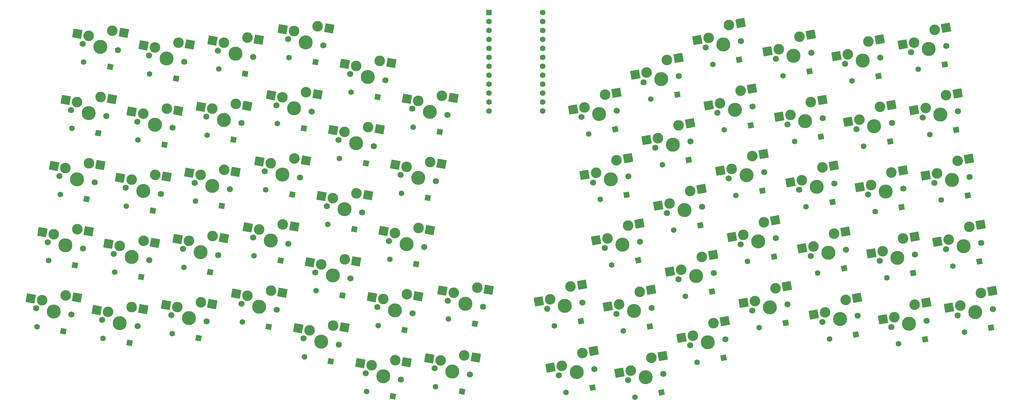
<source format=gbs>
%TF.GenerationSoftware,KiCad,Pcbnew,(6.0.8)*%
%TF.CreationDate,2023-03-16T04:40:49+07:00*%
%TF.ProjectId,test,74657374-2e6b-4696-9361-645f70636258,rev?*%
%TF.SameCoordinates,Original*%
%TF.FileFunction,Soldermask,Bot*%
%TF.FilePolarity,Negative*%
%FSLAX46Y46*%
G04 Gerber Fmt 4.6, Leading zero omitted, Abs format (unit mm)*
G04 Created by KiCad (PCBNEW (6.0.8)) date 2023-03-16 04:40:49*
%MOMM*%
%LPD*%
G01*
G04 APERTURE LIST*
G04 Aperture macros list*
%AMHorizOval*
0 Thick line with rounded ends*
0 $1 width*
0 $2 $3 position (X,Y) of the first rounded end (center of the circle)*
0 $4 $5 position (X,Y) of the second rounded end (center of the circle)*
0 Add line between two ends*
20,1,$1,$2,$3,$4,$5,0*
0 Add two circle primitives to create the rounded ends*
1,1,$1,$2,$3*
1,1,$1,$4,$5*%
%AMRotRect*
0 Rectangle, with rotation*
0 The origin of the aperture is its center*
0 $1 length*
0 $2 width*
0 $3 Rotation angle, in degrees counterclockwise*
0 Add horizontal line*
21,1,$1,$2,0,0,$3*%
G04 Aperture macros list end*
%ADD10C,1.750000*%
%ADD11C,3.000000*%
%ADD12C,3.987800*%
%ADD13RotRect,2.550000X2.500000X10.000000*%
%ADD14RotRect,2.550000X2.500000X350.000000*%
%ADD15R,1.600000X1.600000*%
%ADD16C,1.600000*%
%ADD17RotRect,1.600000X1.600000X190.000000*%
%ADD18HorizOval,1.600000X0.000000X0.000000X0.000000X0.000000X0*%
%ADD19RotRect,1.600000X1.600000X170.000000*%
%ADD20HorizOval,1.600000X0.000000X0.000000X0.000000X0.000000X0*%
G04 APERTURE END LIST*
D10*
%TO.C,SW61*%
X464738563Y-339336720D03*
D11*
X471360665Y-333010697D03*
X465548202Y-336614775D03*
D10*
X474744209Y-337572454D03*
D12*
X469741386Y-338454587D03*
D13*
X462322957Y-337183473D03*
X474612500Y-332437311D03*
%TD*%
D10*
%TO.C,SW58*%
X419951045Y-355938711D03*
D11*
X416567501Y-351376954D03*
D10*
X409945399Y-357702977D03*
D11*
X410755038Y-354981032D03*
D12*
X414948222Y-356820844D03*
D13*
X407529793Y-355549730D03*
X419819336Y-350803568D03*
%TD*%
D12*
%TO.C,SW39*%
X269950003Y-320817408D03*
D10*
X264947180Y-319935275D03*
D11*
X273333547Y-316255651D03*
D10*
X274952826Y-321699541D03*
D11*
X266638952Y-317654397D03*
D14*
X263413706Y-317085699D03*
X276585383Y-316829037D03*
%TD*%
D10*
%TO.C,SW34*%
X450525425Y-309925483D03*
D12*
X445522602Y-310807616D03*
D10*
X440519779Y-311689749D03*
D11*
X447141881Y-305363726D03*
X441329418Y-308967804D03*
D13*
X438104173Y-309536502D03*
X450393716Y-304790340D03*
%TD*%
D10*
%TO.C,SW1*%
X284876819Y-265417778D03*
D11*
X283257540Y-259973888D03*
X276562945Y-261372634D03*
D12*
X279873996Y-264535645D03*
D10*
X274871173Y-263653512D03*
D14*
X273337699Y-260803936D03*
X286509376Y-260547274D03*
%TD*%
D11*
%TO.C,SW11*%
X497700808Y-262983916D03*
D10*
X501084352Y-267545673D03*
X491078706Y-269309939D03*
D11*
X491888345Y-266587994D03*
D12*
X496081529Y-268427806D03*
D13*
X488663100Y-267156692D03*
X500952643Y-262410530D03*
%TD*%
D12*
%TO.C,SW25*%
X518117035Y-283692790D03*
D11*
X519736314Y-278248900D03*
D10*
X523119858Y-282810657D03*
X513114212Y-284574923D03*
D11*
X513923851Y-281852978D03*
D13*
X510698606Y-282421676D03*
X522988149Y-277675514D03*
%TD*%
D11*
%TO.C,SW30*%
X345816300Y-307435654D03*
D10*
X344124528Y-309716532D03*
D12*
X349127351Y-310598665D03*
D11*
X352510895Y-306036908D03*
D10*
X354130174Y-311480798D03*
D14*
X342591054Y-306866956D03*
X355762731Y-306610294D03*
%TD*%
D10*
%TO.C,SW10*%
X471491119Y-267927789D03*
D11*
X472300758Y-265205844D03*
D10*
X481496765Y-266163523D03*
D11*
X478113221Y-261601766D03*
D12*
X476493942Y-267045656D03*
D13*
X469075513Y-265774542D03*
X481365056Y-261028380D03*
%TD*%
D10*
%TO.C,SW56*%
X347514179Y-349001972D03*
D12*
X342511356Y-348119839D03*
D11*
X339200305Y-344956828D03*
D10*
X337508533Y-347237706D03*
D11*
X345894900Y-343558082D03*
D14*
X335975059Y-344388130D03*
X349146736Y-344131468D03*
%TD*%
D15*
%TO.C,U1*%
X390130000Y-254780000D03*
D16*
X390130000Y-257320000D03*
X390130000Y-259860000D03*
X390130000Y-262400000D03*
X390130000Y-264940000D03*
X390130000Y-267480000D03*
X390130000Y-270020000D03*
X390130000Y-272560000D03*
X390130000Y-275100000D03*
X390130000Y-277640000D03*
X390130000Y-280180000D03*
X390130000Y-282720000D03*
X405370000Y-282720000D03*
X405370000Y-280180000D03*
X405370000Y-277640000D03*
X405370000Y-275100000D03*
X405370000Y-272560000D03*
X405370000Y-270020000D03*
X405370000Y-267480000D03*
X405370000Y-264940000D03*
X405370000Y-262400000D03*
X405370000Y-259860000D03*
X405370000Y-257320000D03*
X405370000Y-254780000D03*
%TD*%
D12*
%TO.C,SW23*%
X479768860Y-285618638D03*
D11*
X475575676Y-283778826D03*
D10*
X484771683Y-284736505D03*
D11*
X481388139Y-280174748D03*
D10*
X474766037Y-286500771D03*
D13*
X472350431Y-284347524D03*
X484639974Y-279601362D03*
%TD*%
D11*
%TO.C,SW8*%
X434779583Y-271821840D03*
D10*
X443975590Y-272779519D03*
X433969944Y-274543785D03*
D12*
X438972767Y-273661652D03*
D11*
X440592046Y-268217762D03*
D13*
X431554338Y-272390538D03*
X443843881Y-267644376D03*
%TD*%
D10*
%TO.C,SW60*%
X457141421Y-347446657D03*
D12*
X452138598Y-348328790D03*
D11*
X447945414Y-346488978D03*
X453757877Y-342884900D03*
D10*
X447135775Y-349210923D03*
D13*
X444720169Y-347057676D03*
X457009712Y-342311514D03*
%TD*%
D12*
%TO.C,SW41*%
X308298178Y-322743257D03*
D10*
X303295355Y-321861124D03*
D11*
X311681722Y-318181500D03*
D10*
X313301001Y-323625390D03*
D11*
X304987127Y-319580246D03*
D14*
X301761881Y-319011548D03*
X314933558Y-318754886D03*
%TD*%
D11*
%TO.C,SW59*%
X430342625Y-356363182D03*
D10*
X429532986Y-359085127D03*
D12*
X434535809Y-358202994D03*
D11*
X436155088Y-352759104D03*
D10*
X439538632Y-357320861D03*
D13*
X427117380Y-356931880D03*
X439406923Y-352185718D03*
%TD*%
D11*
%TO.C,SW22*%
X461469752Y-276916540D03*
D10*
X464853296Y-281478297D03*
D11*
X455657289Y-280520618D03*
D10*
X454847650Y-283242563D03*
D12*
X459850473Y-282360430D03*
D13*
X452432044Y-281089316D03*
X464721587Y-276343154D03*
%TD*%
D10*
%TO.C,SW36*%
X478040955Y-305073753D03*
D11*
X478850594Y-302351808D03*
X484663057Y-298747730D03*
D12*
X483043778Y-304191620D03*
D10*
X488046601Y-303309487D03*
D13*
X475625349Y-302920506D03*
X487914892Y-298174344D03*
%TD*%
D12*
%TO.C,SW49*%
X486351775Y-322952207D03*
D11*
X487971054Y-317508317D03*
X482158591Y-321112395D03*
D10*
X491354598Y-322070074D03*
X481348952Y-323834340D03*
D13*
X478933346Y-321681093D03*
X491222889Y-316934931D03*
%TD*%
D10*
%TO.C,SW43*%
X350822176Y-330241386D03*
D11*
X342508302Y-326196242D03*
X349202897Y-324797496D03*
D12*
X345819353Y-329359253D03*
D10*
X340816530Y-328477120D03*
D14*
X339283056Y-325627544D03*
X352454733Y-325370882D03*
%TD*%
D11*
%TO.C,SW4*%
X341524102Y-258641529D03*
X334829507Y-260040275D03*
D10*
X333137735Y-262321153D03*
D12*
X338140558Y-263203286D03*
D10*
X343143381Y-264085419D03*
D14*
X331604261Y-259471577D03*
X344775938Y-259214915D03*
%TD*%
D10*
%TO.C,SW26*%
X268255178Y-301174688D03*
D11*
X269946950Y-298893810D03*
X276641545Y-297495064D03*
D10*
X278260824Y-302938954D03*
D12*
X273258001Y-302056821D03*
D14*
X266721704Y-298325112D03*
X279893381Y-298068450D03*
%TD*%
D10*
%TO.C,SW33*%
X422916991Y-321563952D03*
D11*
X429539093Y-315237929D03*
D10*
X432922637Y-319799686D03*
D11*
X423726630Y-318842007D03*
D12*
X427919814Y-320681819D03*
D13*
X420501385Y-319410705D03*
X432790928Y-314664543D03*
%TD*%
D11*
%TO.C,SW62*%
X485466589Y-339872982D03*
D10*
X484656950Y-342594927D03*
D11*
X491279052Y-336268904D03*
D12*
X489659773Y-341712794D03*
D10*
X494662596Y-340830661D03*
D13*
X482241344Y-340441680D03*
X494530887Y-335695518D03*
%TD*%
D11*
%TO.C,SW29*%
X334908106Y-296162704D03*
D10*
X336527385Y-301606594D03*
D11*
X328213511Y-297561450D03*
D10*
X326521739Y-299842328D03*
D12*
X331524562Y-300724461D03*
D14*
X324988265Y-296992752D03*
X338159942Y-296736090D03*
%TD*%
D10*
%TO.C,SW64*%
X533010771Y-338904813D03*
D11*
X523814764Y-337947134D03*
X529627227Y-334343056D03*
D12*
X528007948Y-339786946D03*
D10*
X523005125Y-340669079D03*
D13*
X520589519Y-338515832D03*
X532879062Y-333769670D03*
%TD*%
D10*
%TO.C,SW47*%
X443827777Y-330450335D03*
D12*
X448830600Y-329568202D03*
D11*
X450449879Y-324124312D03*
X444637416Y-327728390D03*
D10*
X453833423Y-328686069D03*
D13*
X441412171Y-328297088D03*
X453701714Y-323550926D03*
%TD*%
D11*
%TO.C,SW55*%
X321597516Y-335082625D03*
D10*
X329911390Y-339127769D03*
X319905744Y-337363503D03*
D12*
X324908567Y-338245636D03*
D11*
X328292111Y-333683879D03*
D14*
X318372270Y-334513927D03*
X331543947Y-334257265D03*
%TD*%
D11*
%TO.C,SW40*%
X292094135Y-319563649D03*
D10*
X283707768Y-323243273D03*
D12*
X288710591Y-324125406D03*
D10*
X293713414Y-325007539D03*
D11*
X285399540Y-320962395D03*
D14*
X282174294Y-320393697D03*
X295345971Y-320137035D03*
%TD*%
D11*
%TO.C,SW37*%
X498438181Y-303733957D03*
D10*
X497628542Y-306455902D03*
D12*
X502631365Y-305573769D03*
D11*
X504250644Y-300129879D03*
D10*
X507634188Y-304691636D03*
D13*
X495212936Y-304302655D03*
X507502479Y-299556493D03*
%TD*%
D12*
%TO.C,SW27*%
X292018588Y-305364819D03*
D11*
X295402132Y-300803062D03*
D10*
X287015765Y-304482686D03*
D11*
X288707537Y-302201808D03*
D10*
X297021411Y-306246952D03*
D14*
X285482291Y-301633110D03*
X298653968Y-301376448D03*
%TD*%
D11*
%TO.C,SW3*%
X314911120Y-263298483D03*
D12*
X318222171Y-266461494D03*
D10*
X323224994Y-267343627D03*
X313219348Y-265579361D03*
D11*
X321605715Y-261899737D03*
D14*
X311685874Y-262729785D03*
X324857551Y-262473123D03*
%TD*%
D12*
%TO.C,SW35*%
X463125391Y-300933412D03*
D10*
X468128214Y-300051279D03*
D11*
X464744670Y-295489522D03*
D10*
X458122568Y-301815545D03*
D11*
X458932207Y-299093600D03*
D13*
X455706962Y-299662298D03*
X467996505Y-294916136D03*
%TD*%
D10*
%TO.C,SW46*%
X426224989Y-340324539D03*
D12*
X431227812Y-339442406D03*
D10*
X436230635Y-338560273D03*
D11*
X427034628Y-337602594D03*
X432847091Y-333998516D03*
D13*
X423809383Y-338171292D03*
X436098926Y-333425130D03*
%TD*%
D12*
%TO.C,SW15*%
X314914173Y-285222082D03*
D10*
X319916996Y-286104215D03*
X309911350Y-284339949D03*
D11*
X311603122Y-282059071D03*
X318297717Y-280660325D03*
D14*
X308377876Y-281490373D03*
X321549553Y-281233711D03*
%TD*%
D12*
%TO.C,SW38*%
X521391953Y-302265771D03*
D10*
X526394776Y-301383638D03*
D11*
X523011232Y-296821881D03*
X517198769Y-300425959D03*
D10*
X516389130Y-303147904D03*
D13*
X513973524Y-300994657D03*
X526263067Y-296248495D03*
%TD*%
D10*
%TO.C,SW6*%
X378348958Y-283833826D03*
D12*
X373346135Y-282951693D03*
D10*
X368343312Y-282069560D03*
D11*
X370035084Y-279788682D03*
X376729679Y-278389936D03*
D14*
X366809838Y-279219984D03*
X379981515Y-278963322D03*
%TD*%
D11*
%TO.C,SW63*%
X510866639Y-337651054D03*
D10*
X514250183Y-342212811D03*
X504244537Y-343977077D03*
D11*
X505054176Y-341255132D03*
D12*
X509247360Y-343094944D03*
D13*
X501828931Y-341823830D03*
X514118474Y-337077668D03*
%TD*%
D12*
%TO.C,SW32*%
X411623684Y-337966454D03*
D11*
X407430500Y-336126642D03*
D10*
X406620861Y-338848587D03*
X416626507Y-337084321D03*
D11*
X413242963Y-332522564D03*
D13*
X404205255Y-336695340D03*
X416494798Y-331949178D03*
%TD*%
D11*
%TO.C,SW57*%
X363497688Y-353432286D03*
D10*
X365116967Y-358876176D03*
D12*
X360114144Y-357994043D03*
D10*
X355111321Y-357111910D03*
D11*
X356803093Y-354831032D03*
D14*
X353577847Y-354262334D03*
X366749524Y-354005672D03*
%TD*%
D10*
%TO.C,SW44*%
X358419319Y-338351323D03*
X368424965Y-340115589D03*
D11*
X360111091Y-336070445D03*
X366805686Y-334671699D03*
D12*
X363422142Y-339233456D03*
D14*
X356885845Y-335501747D03*
X370057522Y-335245085D03*
%TD*%
D11*
%TO.C,SW52*%
X263330954Y-336414984D03*
D10*
X261639182Y-338695862D03*
D11*
X270025549Y-335016238D03*
D12*
X266642005Y-339577995D03*
D10*
X271644828Y-340460128D03*
D14*
X260105708Y-335846286D03*
X273277385Y-335589624D03*
%TD*%
D11*
%TO.C,SW24*%
X500975726Y-281556897D03*
D10*
X504359270Y-286118654D03*
D12*
X499356447Y-287000787D03*
D10*
X494353624Y-287882920D03*
D11*
X495163263Y-285160975D03*
D13*
X491938018Y-285729673D03*
X504227561Y-280983511D03*
%TD*%
D11*
%TO.C,SW19*%
X386765460Y-332845430D03*
D12*
X383381916Y-337407187D03*
D10*
X378379093Y-336525054D03*
X388384739Y-338289320D03*
D11*
X380070865Y-334244176D03*
D14*
X376845619Y-333675478D03*
X390017296Y-333418816D03*
%TD*%
D11*
%TO.C,SW2*%
X302018128Y-263281886D03*
X295323533Y-264680632D03*
D10*
X303637407Y-268725776D03*
X293631761Y-266961510D03*
D12*
X298634584Y-267843643D03*
D14*
X292098287Y-264111934D03*
X305269964Y-263855272D03*
%TD*%
D11*
%TO.C,SW18*%
X366727086Y-298549270D03*
D12*
X370038137Y-301712281D03*
D10*
X375040960Y-302594414D03*
X365035314Y-300830148D03*
D11*
X373421681Y-297150524D03*
D14*
X363501840Y-297980572D03*
X376673517Y-297723910D03*
%TD*%
D10*
%TO.C,SW16*%
X329829737Y-281081741D03*
X339835383Y-282846007D03*
D11*
X331521509Y-278800863D03*
D12*
X334832560Y-281963874D03*
D11*
X338216104Y-277402117D03*
D14*
X328296263Y-278232165D03*
X341467940Y-277975503D03*
%TD*%
D10*
%TO.C,SW48*%
X471436211Y-318811866D03*
D11*
X468052667Y-314250109D03*
X462240204Y-317854187D03*
D12*
X466433388Y-319693999D03*
D10*
X461430565Y-320576132D03*
D13*
X459014959Y-318422885D03*
X471304502Y-313676723D03*
%TD*%
D11*
%TO.C,SW14*%
X298710130Y-282042474D03*
X292015535Y-283441220D03*
D10*
X300329409Y-287486364D03*
X290323763Y-285722098D03*
D12*
X295326586Y-286604231D03*
D14*
X288790289Y-282872522D03*
X301961966Y-282615860D03*
%TD*%
D11*
%TO.C,SW53*%
X282091542Y-339722982D03*
D10*
X290405416Y-343768126D03*
D12*
X285402593Y-342885993D03*
D11*
X288786137Y-338324236D03*
D10*
X280399770Y-342003860D03*
D14*
X278866296Y-339154284D03*
X292037973Y-338897622D03*
%TD*%
D10*
%TO.C,SW12*%
X519844940Y-264237675D03*
D11*
X510648933Y-263279996D03*
D10*
X509839294Y-266001941D03*
D11*
X516461396Y-259675918D03*
D12*
X514842117Y-265119808D03*
D13*
X507423688Y-263848694D03*
X519713231Y-259102532D03*
%TD*%
D11*
%TO.C,SW54*%
X308373724Y-336942087D03*
D12*
X304990180Y-341503844D03*
D11*
X301679129Y-338340833D03*
D10*
X309993003Y-342385977D03*
X299987357Y-340621711D03*
D14*
X298453883Y-337772135D03*
X311625560Y-337515473D03*
%TD*%
D10*
%TO.C,SW20*%
X429647719Y-301226704D03*
D11*
X426264175Y-296664947D03*
X420451712Y-300269025D03*
D12*
X424644896Y-302108837D03*
D10*
X419642073Y-302990970D03*
D13*
X417226467Y-300837723D03*
X429516010Y-296091561D03*
%TD*%
D10*
%TO.C,SW5*%
X360746170Y-273959623D03*
X350740524Y-272195357D03*
D11*
X359126891Y-268515733D03*
D12*
X355743347Y-273077490D03*
D11*
X352432296Y-269914479D03*
D14*
X349207050Y-269345781D03*
X362378727Y-269089119D03*
%TD*%
D10*
%TO.C,SW17*%
X347432526Y-290955944D03*
D11*
X349124298Y-288675066D03*
X355818893Y-287276320D03*
D10*
X357438172Y-292720210D03*
D12*
X352435349Y-291838077D03*
D14*
X345899052Y-288106368D03*
X359070729Y-287849706D03*
%TD*%
D10*
%TO.C,SW28*%
X306603353Y-303100536D03*
D12*
X311606176Y-303982669D03*
D10*
X316608999Y-304864802D03*
D11*
X308295125Y-300819658D03*
X314989720Y-299420912D03*
D14*
X305069879Y-300250960D03*
X318241556Y-299994298D03*
%TD*%
D11*
%TO.C,SW7*%
X417176794Y-281696043D03*
X422989257Y-278091965D03*
D10*
X416367155Y-284417988D03*
D12*
X421369978Y-283535855D03*
D10*
X426372801Y-282653722D03*
D13*
X413951549Y-282264741D03*
X426241092Y-277518579D03*
%TD*%
D10*
%TO.C,SW45*%
X384704554Y-357494027D03*
D12*
X379701731Y-356611894D03*
D11*
X376390680Y-353448883D03*
X383085275Y-352050137D03*
D10*
X374698908Y-355729761D03*
D14*
X373165434Y-352880185D03*
X386337111Y-352623523D03*
%TD*%
D10*
%TO.C,SW9*%
X451572732Y-264669582D03*
D12*
X456575555Y-263787449D03*
D11*
X452382371Y-261947637D03*
D10*
X461578378Y-262905316D03*
D11*
X458194834Y-258343559D03*
D13*
X449157126Y-262516335D03*
X461446669Y-257770173D03*
%TD*%
D11*
%TO.C,SW13*%
X273254947Y-280133222D03*
D12*
X276565998Y-283296233D03*
D11*
X279949542Y-278734476D03*
D10*
X281568821Y-284178366D03*
X271563175Y-282414100D03*
D14*
X270029701Y-279564524D03*
X283201378Y-279307862D03*
%TD*%
D10*
%TO.C,SW21*%
X447250508Y-291352501D03*
D11*
X443866964Y-286790744D03*
D12*
X442247685Y-292234634D03*
D10*
X437244862Y-293116767D03*
D11*
X438054501Y-290394822D03*
D13*
X434829256Y-290963520D03*
X447118799Y-286217358D03*
%TD*%
D10*
%TO.C,SW51*%
X519697127Y-321908491D03*
D11*
X520506766Y-319186546D03*
D12*
X524699950Y-321026358D03*
D11*
X526319229Y-315582468D03*
D10*
X529702773Y-320144225D03*
D13*
X517281521Y-319755244D03*
X529571064Y-315009082D03*
%TD*%
D10*
%TO.C,SW42*%
X333219388Y-320367182D03*
D11*
X331600109Y-314923292D03*
D12*
X328216565Y-319485049D03*
D10*
X323213742Y-318602916D03*
D11*
X324905514Y-316322038D03*
D14*
X321680268Y-315753340D03*
X334851945Y-315496678D03*
%TD*%
D10*
%TO.C,SW50*%
X500936540Y-325216489D03*
D12*
X505939363Y-324334356D03*
D11*
X501746179Y-322494544D03*
D10*
X510942186Y-323452223D03*
D11*
X507558642Y-318890466D03*
D13*
X498520934Y-323063242D03*
X510810477Y-318317080D03*
%TD*%
D11*
%TO.C,SW31*%
X370113683Y-315911111D03*
D12*
X366730139Y-320472868D03*
D10*
X361727316Y-319590735D03*
X371732962Y-321355001D03*
D11*
X363419088Y-317309857D03*
D14*
X360193842Y-316741159D03*
X373365519Y-316484497D03*
%TD*%
D17*
%TO.C,D48*%
X470940916Y-324065183D03*
D18*
X463436681Y-325388382D03*
%TD*%
D17*
%TO.C,D32*%
X416131212Y-342337638D03*
D18*
X408626977Y-343660837D03*
%TD*%
D19*
%TO.C,D55*%
X327649225Y-343894871D03*
D20*
X320144990Y-342571672D03*
%TD*%
D19*
%TO.C,D17*%
X355176006Y-297487312D03*
D20*
X347671771Y-296164113D03*
%TD*%
D17*
%TO.C,D22*%
X464358001Y-286731614D03*
D18*
X456853766Y-288054813D03*
%TD*%
D19*
%TO.C,D57*%
X362854801Y-363643278D03*
D20*
X355350566Y-362320079D03*
%TD*%
D19*
%TO.C,D14*%
X298067244Y-292253466D03*
D20*
X290563009Y-290930267D03*
%TD*%
D19*
%TO.C,D18*%
X372778795Y-307361515D03*
D20*
X365274560Y-306038316D03*
%TD*%
D17*
%TO.C,D58*%
X419455750Y-361192029D03*
D18*
X411951515Y-362515228D03*
%TD*%
D19*
%TO.C,D19*%
X386122573Y-343056422D03*
D20*
X378618338Y-341733223D03*
%TD*%
D17*
%TO.C,D46*%
X435735339Y-343813590D03*
D18*
X428231104Y-345136789D03*
%TD*%
D19*
%TO.C,D41*%
X311038835Y-328392492D03*
D20*
X303534600Y-327069293D03*
%TD*%
D17*
%TO.C,D60*%
X456646125Y-352699974D03*
D18*
X449141890Y-354023173D03*
%TD*%
D17*
%TO.C,D47*%
X453338128Y-333939386D03*
D18*
X445833893Y-335262585D03*
%TD*%
D17*
%TO.C,D59*%
X439043337Y-362574178D03*
D18*
X431539102Y-363897377D03*
%TD*%
D17*
%TO.C,D51*%
X529207478Y-325397542D03*
D18*
X521703243Y-326720741D03*
%TD*%
D19*
%TO.C,D45*%
X382442389Y-362261128D03*
D20*
X374938154Y-360937929D03*
%TD*%
D17*
%TO.C,D49*%
X490859303Y-327323391D03*
D18*
X483355068Y-328646590D03*
%TD*%
D17*
%TO.C,D35*%
X467632919Y-305304596D03*
D18*
X460128684Y-306627795D03*
%TD*%
D17*
%TO.C,D50*%
X510446890Y-328705540D03*
D18*
X502942655Y-330028739D03*
%TD*%
D19*
%TO.C,D31*%
X369470797Y-326122103D03*
D20*
X361966562Y-324798904D03*
%TD*%
D17*
%TO.C,D37*%
X507138893Y-309944953D03*
D18*
X499634658Y-311268152D03*
%TD*%
D19*
%TO.C,D2*%
X301375241Y-273492878D03*
D20*
X293871006Y-272169679D03*
%TD*%
D17*
%TO.C,D12*%
X519349645Y-269490992D03*
D18*
X511845410Y-270814191D03*
%TD*%
D17*
%TO.C,D63*%
X513754888Y-347466128D03*
D18*
X506250653Y-348789327D03*
%TD*%
D17*
%TO.C,D20*%
X429152424Y-306480021D03*
D18*
X421648189Y-307803220D03*
%TD*%
D17*
%TO.C,D24*%
X503863975Y-291371972D03*
D18*
X496359740Y-292695171D03*
%TD*%
D19*
%TO.C,D27*%
X294759246Y-311014053D03*
D20*
X287255011Y-309690854D03*
%TD*%
D19*
%TO.C,D52*%
X269382663Y-345227230D03*
D20*
X261878428Y-343904031D03*
%TD*%
D17*
%TO.C,D9*%
X461083083Y-268158633D03*
D18*
X453578848Y-269481832D03*
%TD*%
D19*
%TO.C,D3*%
X320962829Y-272110729D03*
D20*
X313458594Y-270787530D03*
%TD*%
D17*
%TO.C,D25*%
X522624562Y-288063974D03*
D18*
X515120327Y-289387173D03*
%TD*%
D17*
%TO.C,D33*%
X432427342Y-325053003D03*
D18*
X424923107Y-326376202D03*
%TD*%
D19*
%TO.C,D15*%
X317654831Y-290871316D03*
D20*
X310150596Y-289548117D03*
%TD*%
D19*
%TO.C,D28*%
X314346833Y-309631904D03*
D20*
X306842598Y-308308705D03*
%TD*%
D19*
%TO.C,D29*%
X334265220Y-306373696D03*
D20*
X326760985Y-305050497D03*
%TD*%
D17*
%TO.C,D38*%
X525899480Y-306636956D03*
D18*
X518395245Y-307960155D03*
%TD*%
D17*
%TO.C,D23*%
X484276388Y-289989822D03*
D18*
X476772153Y-291313021D03*
%TD*%
D17*
%TO.C,D11*%
X500589057Y-272798990D03*
D18*
X493084822Y-274122189D03*
%TD*%
D19*
%TO.C,D6*%
X376086792Y-288600928D03*
D20*
X368582557Y-287277729D03*
%TD*%
D19*
%TO.C,D39*%
X272690660Y-326466643D03*
D20*
X265186425Y-325143444D03*
%TD*%
D17*
%TO.C,D64*%
X532515476Y-344158130D03*
D18*
X525011241Y-345481329D03*
%TD*%
D17*
%TO.C,D62*%
X494167301Y-346083979D03*
D18*
X486663066Y-347407178D03*
%TD*%
D19*
%TO.C,D40*%
X291451248Y-329774641D03*
D20*
X283947013Y-328451442D03*
%TD*%
D17*
%TO.C,D36*%
X487551305Y-308562804D03*
D18*
X480047070Y-309886003D03*
%TD*%
D19*
%TO.C,D16*%
X337573218Y-287613109D03*
D20*
X330068983Y-286289910D03*
%TD*%
D17*
%TO.C,D8*%
X443480294Y-278032836D03*
D18*
X435976059Y-279356035D03*
%TD*%
D17*
%TO.C,D10*%
X481001470Y-271416841D03*
D18*
X473497235Y-272740040D03*
%TD*%
D19*
%TO.C,D42*%
X330957222Y-325134284D03*
D20*
X323452987Y-323811085D03*
%TD*%
D19*
%TO.C,D44*%
X366162799Y-344882691D03*
D20*
X358658564Y-343559492D03*
%TD*%
D19*
%TO.C,D5*%
X358484004Y-278726724D03*
D20*
X350979769Y-277403525D03*
%TD*%
D19*
%TO.C,D26*%
X275998658Y-307706055D03*
D20*
X268494423Y-306382856D03*
%TD*%
D19*
%TO.C,D30*%
X351868008Y-316247900D03*
D20*
X344363773Y-314924701D03*
%TD*%
D17*
%TO.C,D21*%
X446755212Y-296605818D03*
D18*
X439250977Y-297929017D03*
%TD*%
D17*
%TO.C,D61*%
X474248914Y-342825771D03*
D18*
X466744679Y-344148970D03*
%TD*%
D19*
%TO.C,D43*%
X348560011Y-335008487D03*
D20*
X341055776Y-333685288D03*
%TD*%
D17*
%TO.C,D34*%
X450030130Y-315178800D03*
D18*
X442525895Y-316501999D03*
%TD*%
D19*
%TO.C,D4*%
X340881215Y-268852521D03*
D20*
X333376980Y-267529322D03*
%TD*%
D17*
%TO.C,D7*%
X425877506Y-287907040D03*
D18*
X418373271Y-289230239D03*
%TD*%
D19*
%TO.C,D1*%
X282614654Y-270184880D03*
D20*
X275110419Y-268861681D03*
%TD*%
D19*
%TO.C,D54*%
X307730838Y-347153079D03*
D20*
X300226603Y-345829880D03*
%TD*%
D19*
%TO.C,D53*%
X288143250Y-348535228D03*
D20*
X280639015Y-347212029D03*
%TD*%
D19*
%TO.C,D56*%
X345252013Y-353769074D03*
D20*
X337747778Y-352445875D03*
%TD*%
D19*
%TO.C,D13*%
X279306656Y-288945468D03*
D20*
X271802421Y-287622269D03*
%TD*%
M02*

</source>
